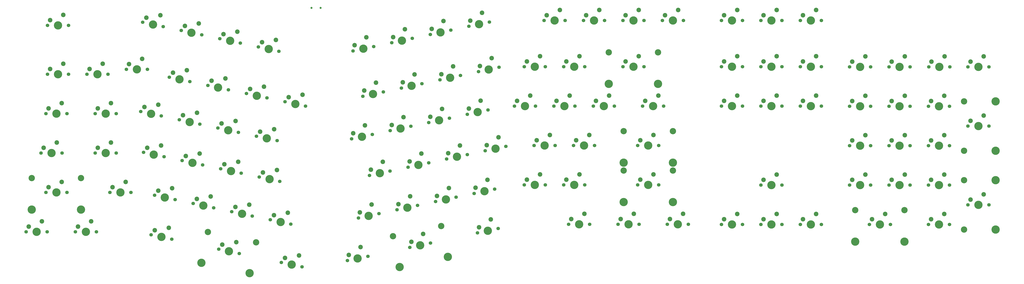
<source format=gbr>
%TF.GenerationSoftware,KiCad,Pcbnew,(6.0.9)*%
%TF.CreationDate,2022-12-16T23:57:13-05:00*%
%TF.ProjectId,rp2040 keeb,72703230-3430-4206-9b65-65622e6b6963,rev?*%
%TF.SameCoordinates,Original*%
%TF.FileFunction,Soldermask,Top*%
%TF.FilePolarity,Negative*%
%FSLAX46Y46*%
G04 Gerber Fmt 4.6, Leading zero omitted, Abs format (unit mm)*
G04 Created by KiCad (PCBNEW (6.0.9)) date 2022-12-16 23:57:13*
%MOMM*%
%LPD*%
G01*
G04 APERTURE LIST*
%ADD10C,4.000000*%
%ADD11C,1.700000*%
%ADD12C,2.200000*%
%ADD13C,3.050000*%
%ADD14C,1.000000*%
G04 APERTURE END LIST*
D10*
%TO.C,SW103*%
X504670000Y-123458750D03*
D11*
X509750000Y-123458750D03*
X499590000Y-123458750D03*
D12*
X507210000Y-118378750D03*
X500860000Y-120918750D03*
%TD*%
D11*
%TO.C,SW16*%
X138503657Y-105814873D03*
X148441637Y-107927256D03*
D10*
X143472647Y-106871064D03*
D12*
X147013333Y-102430170D03*
X140274000Y-103594426D03*
%TD*%
D10*
%TO.C,SW14*%
X102021319Y-165107499D03*
D11*
X96941319Y-165107499D03*
X107101319Y-165107499D03*
D12*
X104561319Y-160027499D03*
X98211319Y-162567499D03*
%TD*%
D10*
%TO.C,SW12*%
X117102568Y-124626249D03*
D11*
X112022568Y-124626249D03*
X122182568Y-124626249D03*
D12*
X119642568Y-119546249D03*
X113292568Y-122086249D03*
%TD*%
D11*
%TO.C,SW64*%
X319156250Y-161458750D03*
X308996250Y-161458750D03*
D10*
X314076250Y-161458750D03*
D12*
X316616250Y-156378750D03*
X310266250Y-158918750D03*
%TD*%
D10*
%TO.C,SW99*%
X485520000Y-142508750D03*
D11*
X490600000Y-142508750D03*
X480440000Y-142508750D03*
D12*
X488060000Y-137428750D03*
X481710000Y-139968750D03*
%TD*%
D11*
%TO.C,SW9*%
X73128819Y-184157499D03*
X83288819Y-184157499D03*
D13*
X66308819Y-177157499D03*
D10*
X78208819Y-184157499D03*
X90108819Y-192397499D03*
D13*
X90108819Y-177157499D03*
D10*
X66308819Y-192397499D03*
D12*
X80748819Y-179077499D03*
X74398819Y-181617499D03*
%TD*%
D11*
%TO.C,SW51*%
X258104966Y-150304076D03*
D10*
X263073955Y-149247885D03*
D11*
X268042945Y-148191693D03*
D12*
X264502259Y-143750799D03*
X258819117Y-147555533D03*
%TD*%
D11*
%TO.C,SW3*%
X84082568Y-103362499D03*
D10*
X79002568Y-103362499D03*
D11*
X73922568Y-103362499D03*
D12*
X81542568Y-98282499D03*
X75192568Y-100822499D03*
%TD*%
D10*
%TO.C,SW71*%
X356938750Y-100953653D03*
D11*
X362018750Y-100953653D03*
X351858750Y-100953653D03*
D12*
X359478750Y-95873653D03*
X353128750Y-98413653D03*
%TD*%
D10*
%TO.C,SW17*%
X137706360Y-129461783D03*
D11*
X132737370Y-128405592D03*
X142675350Y-130517975D03*
D12*
X141247046Y-125020889D03*
X134507713Y-126185145D03*
%TD*%
D11*
%TO.C,SW100*%
X490600000Y-161558750D03*
D10*
X485520000Y-161558750D03*
D11*
X480440000Y-161558750D03*
D12*
X488060000Y-156478750D03*
X481710000Y-159018750D03*
%TD*%
D10*
%TO.C,SW97*%
X487895000Y-207898750D03*
D11*
X481075000Y-199658750D03*
D10*
X475995000Y-199658750D03*
D13*
X487895000Y-192658750D03*
X464095000Y-192658750D03*
D11*
X470915000Y-199658750D03*
D10*
X464095000Y-207898750D03*
D12*
X478535000Y-194578750D03*
X472185000Y-197118750D03*
%TD*%
D10*
%TO.C,SW95*%
X466470000Y-161558750D03*
D11*
X471550000Y-161558750D03*
X461390000Y-161558750D03*
D12*
X469010000Y-156478750D03*
X462660000Y-159018750D03*
%TD*%
D11*
%TO.C,SW110*%
X224100550Y-196483114D03*
D10*
X229069539Y-195426923D03*
D11*
X234038529Y-194370731D03*
D12*
X230497843Y-189929837D03*
X224814701Y-193734571D03*
%TD*%
D10*
%TO.C,SW59*%
X309313750Y-180508750D03*
D11*
X304233750Y-180508750D03*
X314393750Y-180508750D03*
D12*
X311853750Y-175428750D03*
X305503750Y-177968750D03*
%TD*%
D10*
%TO.C,SW11*%
X124865113Y-102888683D03*
D11*
X119896123Y-101832492D03*
X129834103Y-103944875D03*
D12*
X128405799Y-98447789D03*
X121666466Y-99612045D03*
%TD*%
D11*
%TO.C,SW40*%
X220837543Y-158225511D03*
D10*
X225806532Y-157169320D03*
D11*
X230775522Y-156113128D03*
D12*
X227234836Y-151672234D03*
X221551694Y-155476968D03*
%TD*%
D11*
%TO.C,SW105*%
X509650000Y-180608750D03*
D10*
X504570000Y-180608750D03*
D11*
X499490000Y-180608750D03*
D12*
X507110000Y-175528750D03*
X500760000Y-178068750D03*
%TD*%
D11*
%TO.C,SW4*%
X84082568Y-127007499D03*
X73922568Y-127007499D03*
D10*
X79002568Y-127007499D03*
D12*
X81542568Y-121927499D03*
X75192568Y-124467499D03*
%TD*%
D11*
%TO.C,SW33*%
X188638505Y-140287744D03*
D10*
X193607495Y-141343935D03*
D11*
X198576485Y-142400127D03*
D12*
X197148181Y-136903041D03*
X190408848Y-138067297D03*
%TD*%
D10*
%TO.C,SW47*%
X266336962Y-187505488D03*
D11*
X271305952Y-186449296D03*
X261367973Y-188561679D03*
D12*
X267765266Y-182008402D03*
X262082124Y-185813136D03*
%TD*%
D11*
%TO.C,SW84*%
X428693750Y-100953653D03*
X418533750Y-100953653D03*
D10*
X423613750Y-100953653D03*
D12*
X426153750Y-95873653D03*
X419803750Y-98413653D03*
%TD*%
D11*
%TO.C,SW8*%
X103132568Y-127007499D03*
D10*
X98052568Y-127007499D03*
D11*
X92972568Y-127007499D03*
D12*
X100592568Y-121927499D03*
X94242568Y-124467499D03*
%TD*%
D10*
%TO.C,SW102*%
X504570000Y-142508750D03*
D11*
X509650000Y-142508750D03*
X499490000Y-142508750D03*
D12*
X507110000Y-137428750D03*
X500760000Y-139968750D03*
%TD*%
D10*
%TO.C,SW34*%
X179828298Y-157986211D03*
D11*
X184797288Y-159042403D03*
X174859308Y-156930020D03*
D12*
X183368984Y-153545317D03*
X176629651Y-154709573D03*
%TD*%
D10*
%TO.C,SW93*%
X466470000Y-123458750D03*
D11*
X471550000Y-123458750D03*
X461390000Y-123458750D03*
D12*
X469010000Y-118378750D03*
X462660000Y-120918750D03*
%TD*%
D11*
%TO.C,SW10*%
X87416319Y-203207499D03*
D10*
X92496319Y-203207499D03*
D11*
X97576319Y-203207499D03*
D12*
X95036319Y-198127499D03*
X88686319Y-200667499D03*
%TD*%
D11*
%TO.C,SW31*%
X172832731Y-195516380D03*
X162894751Y-193403997D03*
D10*
X167863741Y-194460188D03*
D12*
X171404427Y-190019294D03*
X164665094Y-191183550D03*
%TD*%
D11*
%TO.C,SW96*%
X471550000Y-180608750D03*
D10*
X466470000Y-180608750D03*
D11*
X461390000Y-180608750D03*
D12*
X469010000Y-175528750D03*
X462660000Y-178068750D03*
%TD*%
D10*
%TO.C,SW15*%
X109165069Y-184157499D03*
D11*
X104085069Y-184157499D03*
X114245069Y-184157499D03*
D12*
X111705069Y-179077499D03*
X105355069Y-181617499D03*
%TD*%
D11*
%TO.C,SW101*%
X480440000Y-180608750D03*
D10*
X485520000Y-180608750D03*
D11*
X490600000Y-180608750D03*
D12*
X488060000Y-175528750D03*
X481710000Y-178068750D03*
%TD*%
D10*
%TO.C,SW13*%
X102021319Y-146057499D03*
D11*
X96941319Y-146057499D03*
X107101319Y-146057499D03*
D12*
X104561319Y-140977499D03*
X98211319Y-143517499D03*
%TD*%
D11*
%TO.C,SW81*%
X409643750Y-123358750D03*
X399483750Y-123358750D03*
D10*
X404563750Y-123358750D03*
D12*
X407103750Y-118278750D03*
X400753750Y-120818750D03*
%TD*%
D10*
%TO.C,SW104*%
X504570000Y-161558750D03*
D11*
X499490000Y-161558750D03*
X509650000Y-161558750D03*
D12*
X507110000Y-156478750D03*
X500760000Y-159018750D03*
%TD*%
D11*
%TO.C,SW20*%
X125627330Y-185482558D03*
D10*
X130596320Y-186538749D03*
D11*
X135565310Y-187594941D03*
D12*
X134137006Y-182097855D03*
X127397673Y-183262111D03*
%TD*%
D11*
%TO.C,SW78*%
X361383750Y-142408750D03*
X371543750Y-142408750D03*
D10*
X366463750Y-142408750D03*
D12*
X369003750Y-137328750D03*
X362653750Y-139868750D03*
%TD*%
D11*
%TO.C,SW85*%
X428693750Y-123358750D03*
X418533750Y-123358750D03*
D10*
X423613750Y-123358750D03*
D12*
X426153750Y-118278750D03*
X419803750Y-120818750D03*
%TD*%
D10*
%TO.C,SW92*%
X442663750Y-199658750D03*
D11*
X437583750Y-199658750D03*
X447743750Y-199658750D03*
D12*
X445203750Y-194578750D03*
X438853750Y-197118750D03*
%TD*%
D11*
%TO.C,SW28*%
X179942772Y-138439410D03*
X170004792Y-136327027D03*
D10*
X174973782Y-137383218D03*
D12*
X178514468Y-132942324D03*
X171775135Y-134106580D03*
%TD*%
D11*
%TO.C,SW76*%
X370908750Y-100953653D03*
X381068750Y-100953653D03*
D10*
X375988750Y-100953653D03*
D12*
X378528750Y-95873653D03*
X372178750Y-98413653D03*
%TD*%
D10*
%TO.C,SW37*%
X191853592Y-219034973D03*
D11*
X186884602Y-217978782D03*
X196822582Y-220091165D03*
D12*
X195394278Y-214594079D03*
X188654945Y-215758335D03*
%TD*%
D11*
%TO.C,SW46*%
X258028379Y-169795943D03*
D10*
X253059389Y-170852135D03*
D11*
X248090400Y-171908326D03*
D12*
X254487693Y-165355049D03*
X248804551Y-169159783D03*
%TD*%
D11*
%TO.C,SW58*%
X295295803Y-161874508D03*
D10*
X290326813Y-162930700D03*
D11*
X285357824Y-163986891D03*
D12*
X291755117Y-157433614D03*
X286071975Y-161238348D03*
%TD*%
D11*
%TO.C,SW41*%
X239394667Y-173756661D03*
X229456688Y-175869044D03*
D10*
X234425677Y-174812853D03*
D12*
X235853981Y-169315767D03*
X230170839Y-173120501D03*
%TD*%
D11*
%TO.C,SW5*%
X83288819Y-146061249D03*
X73128819Y-146061249D03*
D10*
X78208819Y-146061249D03*
D12*
X80748819Y-140981249D03*
X74398819Y-143521249D03*
%TD*%
D10*
%TO.C,SW75*%
X354557500Y-199558750D03*
D11*
X349477500Y-199558750D03*
X359637500Y-199558750D03*
D12*
X357097500Y-194478750D03*
X350747500Y-197018750D03*
%TD*%
D11*
%TO.C,SW98*%
X480440000Y-123458750D03*
D10*
X485520000Y-123458750D03*
D11*
X490600000Y-123458750D03*
D12*
X488060000Y-118378750D03*
X481710000Y-120918750D03*
%TD*%
D11*
%TO.C,SW49*%
X258802823Y-107774513D03*
X268740802Y-105662130D03*
D10*
X263771812Y-106718322D03*
D12*
X265200116Y-101221236D03*
X259516974Y-105025970D03*
%TD*%
D11*
%TO.C,SW42*%
X252672241Y-190410014D03*
D10*
X247703251Y-191466206D03*
D11*
X242734262Y-192522397D03*
D12*
X249131555Y-185969120D03*
X243448413Y-189773854D03*
%TD*%
D11*
%TO.C,SW62*%
X314393750Y-123358750D03*
X304233750Y-123358750D03*
D10*
X309313750Y-123358750D03*
D12*
X311853750Y-118278750D03*
X305503750Y-120818750D03*
%TD*%
D11*
%TO.C,SW108*%
X528700000Y-152033750D03*
D10*
X531860000Y-163933750D03*
X531860000Y-140133750D03*
D13*
X516620000Y-140133750D03*
D11*
X518540000Y-152033750D03*
D13*
X516620000Y-163933750D03*
D10*
X523620000Y-152033750D03*
D12*
X526160000Y-146953750D03*
X519810000Y-149493750D03*
%TD*%
D11*
%TO.C,SW86*%
X428693750Y-142408750D03*
X418533750Y-142408750D03*
D10*
X423613750Y-142408750D03*
D12*
X426153750Y-137328750D03*
X419803750Y-139868750D03*
%TD*%
D10*
%TO.C,SW26*%
X149230026Y-190499467D03*
D11*
X144261036Y-189443276D03*
X154199016Y-191555659D03*
D12*
X152770712Y-186058573D03*
X146031379Y-187222829D03*
%TD*%
D10*
%TO.C,SW30*%
X162536350Y-173751969D03*
D11*
X167505340Y-174808161D03*
X157567360Y-172695778D03*
D12*
X166077036Y-169311075D03*
X159337703Y-170475331D03*
%TD*%
D11*
%TO.C,SW22*%
X167075350Y-111887972D03*
X157137370Y-109775589D03*
D10*
X162106360Y-110831780D03*
D12*
X165647046Y-106390886D03*
X158907713Y-107555142D03*
%TD*%
D11*
%TO.C,SW60*%
X291578990Y-201593809D03*
D10*
X286610000Y-202650001D03*
D11*
X281641011Y-203706192D03*
D12*
X288038304Y-197152915D03*
X282355162Y-200957649D03*
%TD*%
D10*
%TO.C,SW48*%
X223713401Y-216040994D03*
D11*
X218744412Y-217097185D03*
X228682391Y-214984802D03*
D12*
X225141705Y-210543908D03*
X219458563Y-214348642D03*
%TD*%
D10*
%TO.C,SW7*%
X68683819Y-203207499D03*
D11*
X63603819Y-203207499D03*
X73763819Y-203207499D03*
D12*
X71223819Y-198127499D03*
X64873819Y-200667499D03*
%TD*%
D11*
%TO.C,SW63*%
X299471250Y-142408750D03*
X309631250Y-142408750D03*
D10*
X304551250Y-142408750D03*
D12*
X307091250Y-137328750D03*
X300741250Y-139868750D03*
%TD*%
D11*
%TO.C,SW55*%
X287374514Y-101701413D03*
X277436535Y-103813796D03*
D10*
X282405524Y-102757605D03*
D12*
X283833828Y-97260519D03*
X278150686Y-101065253D03*
%TD*%
D10*
%TO.C,SW61*%
X318838750Y-100953653D03*
D11*
X313758750Y-100953653D03*
X323918750Y-100953653D03*
D12*
X321378750Y-95873653D03*
X315028750Y-98413653D03*
%TD*%
D10*
%TO.C,SW24*%
X142560874Y-150064779D03*
D11*
X137591884Y-149008588D03*
X147529864Y-151120971D03*
D12*
X146101560Y-145623885D03*
X139362227Y-146788141D03*
%TD*%
D11*
%TO.C,SW6*%
X70747569Y-165107499D03*
D10*
X75827569Y-165107499D03*
D11*
X80907569Y-165107499D03*
D12*
X78367569Y-160027499D03*
X72017569Y-162567499D03*
%TD*%
D11*
%TO.C,SW66*%
X335825000Y-199558750D03*
X325665000Y-199558750D03*
D10*
X330745000Y-199558750D03*
D12*
X333285000Y-194478750D03*
X326935000Y-197018750D03*
%TD*%
D10*
%TO.C,SW94*%
X466470000Y-142508750D03*
D11*
X461390000Y-142508750D03*
X471550000Y-142508750D03*
D12*
X469010000Y-137428750D03*
X462660000Y-139968750D03*
%TD*%
D11*
%TO.C,SW36*%
X191466443Y-199477093D03*
D10*
X186497453Y-198420901D03*
D11*
X181528463Y-197364710D03*
D12*
X190038139Y-193980007D03*
X183298806Y-195144263D03*
%TD*%
D10*
%TO.C,SW50*%
X268430093Y-128633814D03*
D11*
X263461104Y-129690005D03*
X273399083Y-127577622D03*
D12*
X269858397Y-123136728D03*
X264175255Y-126941462D03*
%TD*%
D10*
%TO.C,SW80*%
X404563750Y-100953653D03*
D11*
X399483750Y-100953653D03*
X409643750Y-100953653D03*
D12*
X407103750Y-95873653D03*
X400753750Y-98413653D03*
%TD*%
D10*
%TO.C,SW109*%
X531860000Y-178233750D03*
D11*
X518540000Y-190133750D03*
D10*
X531860000Y-202033750D03*
D11*
X528700000Y-190133750D03*
D10*
X523620000Y-190133750D03*
D13*
X516620000Y-202033750D03*
X516620000Y-178233750D03*
D12*
X526160000Y-185053750D03*
X519810000Y-187593750D03*
%TD*%
D11*
%TO.C,SW29*%
X166163576Y-155081688D03*
D10*
X161194586Y-154025496D03*
D11*
X156225596Y-152969305D03*
D12*
X164735272Y-149584602D03*
X157995939Y-150748858D03*
%TD*%
D11*
%TO.C,SW88*%
X428693750Y-199658750D03*
D10*
X423613750Y-199658750D03*
D11*
X418533750Y-199658750D03*
D12*
X426153750Y-194578750D03*
X419803750Y-197118750D03*
%TD*%
D11*
%TO.C,SW44*%
X244827393Y-133650723D03*
X254765372Y-131538340D03*
D10*
X249796382Y-132594532D03*
D12*
X251224686Y-127097446D03*
X245541544Y-130902180D03*
%TD*%
D11*
%TO.C,SW82*%
X399483750Y-142408750D03*
D10*
X404563750Y-142408750D03*
D11*
X409643750Y-142408750D03*
D12*
X407103750Y-137328750D03*
X400753750Y-139868750D03*
%TD*%
D10*
%TO.C,SW72*%
X342651250Y-142408750D03*
D11*
X347731250Y-142408750D03*
X337571250Y-142408750D03*
D12*
X345191250Y-137328750D03*
X338841250Y-139868750D03*
%TD*%
D10*
%TO.C,SW32*%
X148220661Y-218184593D03*
D11*
X156604820Y-211542615D03*
D13*
X174669148Y-208225922D03*
D11*
X166542800Y-213654998D03*
D10*
X171500574Y-223132891D03*
D13*
X151389235Y-203277624D03*
D10*
X161573810Y-212598806D03*
D12*
X165114496Y-208157912D03*
X158375163Y-209322168D03*
%TD*%
D11*
%TO.C,SW91*%
X447743750Y-142408750D03*
D10*
X442663750Y-142408750D03*
D11*
X437583750Y-142408750D03*
D12*
X445203750Y-137328750D03*
X438853750Y-139868750D03*
%TD*%
D10*
%TO.C,SW89*%
X442663750Y-100953653D03*
D11*
X447743750Y-100953653D03*
X437583750Y-100953653D03*
D12*
X445203750Y-95873653D03*
X438853750Y-98413653D03*
%TD*%
D11*
%TO.C,SW79*%
X373290000Y-199558750D03*
X383450000Y-199558750D03*
D10*
X378370000Y-199558750D03*
D12*
X380910000Y-194478750D03*
X374560000Y-197018750D03*
%TD*%
D10*
%TO.C,SW27*%
X180740070Y-114792499D03*
D11*
X185709060Y-115848691D03*
X175771080Y-113736308D03*
D12*
X184280756Y-110351605D03*
X177541423Y-111515861D03*
%TD*%
D10*
%TO.C,SW68*%
X328363750Y-123358750D03*
D11*
X333443750Y-123358750D03*
X323283750Y-123358750D03*
D12*
X330903750Y-118278750D03*
X324553750Y-120818750D03*
%TD*%
D10*
%TO.C,SW70*%
X333126250Y-161458750D03*
D11*
X328046250Y-161458750D03*
X338206250Y-161458750D03*
D12*
X335666250Y-156378750D03*
X329316250Y-158918750D03*
%TD*%
D10*
%TO.C,SW74*%
X352182500Y-188748750D03*
X364082500Y-180508750D03*
D11*
X369162500Y-180508750D03*
D10*
X375982500Y-188748750D03*
D13*
X352182500Y-173508750D03*
X375982500Y-173508750D03*
D11*
X359002500Y-180508750D03*
D12*
X366622500Y-175428750D03*
X360272500Y-177968750D03*
%TD*%
D11*
%TO.C,SW57*%
X276738678Y-146343358D03*
D10*
X281707667Y-145287167D03*
D11*
X286676657Y-144230975D03*
D12*
X283135971Y-139790081D03*
X277452829Y-143594815D03*
%TD*%
D11*
%TO.C,SW43*%
X250107090Y-109622848D03*
X240169111Y-111735231D03*
D10*
X245138100Y-110679040D03*
D12*
X246566404Y-105181954D03*
X240883262Y-108986688D03*
%TD*%
D10*
%TO.C,SW73*%
X352182500Y-169698750D03*
X375982500Y-169698750D03*
D11*
X369162500Y-161458750D03*
D13*
X352182500Y-154458750D03*
X375982500Y-154458750D03*
D11*
X359002500Y-161458750D03*
D10*
X364082500Y-161458750D03*
D12*
X366622500Y-156378750D03*
X360272500Y-158918750D03*
%TD*%
D13*
%TO.C,SW54*%
X240814662Y-205287116D03*
D10*
X243983236Y-220194086D03*
X267263149Y-215245788D03*
X253910000Y-209660001D03*
D11*
X248941011Y-210716192D03*
X258878990Y-208603809D03*
D13*
X264094575Y-200338818D03*
D12*
X255338304Y-204162915D03*
X249655162Y-207967649D03*
%TD*%
D10*
%TO.C,SW52*%
X271693101Y-166891417D03*
D11*
X266724112Y-167947608D03*
X276662091Y-165835225D03*
D12*
X273121405Y-161394331D03*
X267438263Y-165199065D03*
%TD*%
D11*
%TO.C,SW83*%
X409643750Y-199658750D03*
X399483750Y-199658750D03*
D10*
X404563750Y-199658750D03*
D12*
X407103750Y-194578750D03*
X400753750Y-197118750D03*
%TD*%
D11*
%TO.C,SW69*%
X318521250Y-142408750D03*
X328681250Y-142408750D03*
D10*
X323601250Y-142408750D03*
D12*
X326141250Y-137328750D03*
X319791250Y-139868750D03*
%TD*%
D10*
%TO.C,SW35*%
X181170065Y-177712687D03*
D11*
X186139055Y-178768879D03*
X176201075Y-176656496D03*
D12*
X184710751Y-173271793D03*
X177971418Y-174436049D03*
%TD*%
D11*
%TO.C,SW56*%
X282094816Y-125729288D03*
D10*
X287063805Y-124673097D03*
D11*
X292032795Y-123616905D03*
D12*
X288492109Y-119176011D03*
X282808967Y-122980745D03*
%TD*%
D11*
%TO.C,SW39*%
X226193681Y-137611441D03*
X236131660Y-135499058D03*
D10*
X231162670Y-136555250D03*
D12*
X232590974Y-131058164D03*
X226907832Y-134862898D03*
%TD*%
D10*
%TO.C,SW106*%
X504570000Y-199658750D03*
D11*
X499490000Y-199658750D03*
X509650000Y-199658750D03*
D12*
X507110000Y-194578750D03*
X500760000Y-197118750D03*
%TD*%
D11*
%TO.C,SW21*%
X133933805Y-206723743D03*
D10*
X128964815Y-205667551D03*
D11*
X123995825Y-204611360D03*
D12*
X132505501Y-201226657D03*
X125766168Y-202390913D03*
%TD*%
D11*
%TO.C,SW25*%
X138933648Y-168735058D03*
X148871628Y-170847441D03*
D10*
X143902638Y-169791249D03*
D12*
X147443324Y-165350355D03*
X140703991Y-166514611D03*
%TD*%
D11*
%TO.C,SW67*%
X332808750Y-100953653D03*
D10*
X337888750Y-100953653D03*
D11*
X342968750Y-100953653D03*
D12*
X340428750Y-95873653D03*
X334078750Y-98413653D03*
%TD*%
D11*
%TO.C,SW23*%
X161309060Y-134478691D03*
X151371080Y-132366308D03*
D10*
X156340070Y-133422499D03*
D12*
X159880756Y-128981605D03*
X153141423Y-130145861D03*
%TD*%
D11*
%TO.C,SW18*%
X128896153Y-147160249D03*
D10*
X123927163Y-146104057D03*
D11*
X118958173Y-145047866D03*
D12*
X127467849Y-141663163D03*
X120728516Y-142827419D03*
%TD*%
D13*
%TO.C,SW77*%
X368838750Y-116358750D03*
D10*
X345038750Y-131598750D03*
X368838750Y-131598750D03*
D11*
X351858750Y-123358750D03*
X362018750Y-123358750D03*
D13*
X345038750Y-116358750D03*
D10*
X356938750Y-123358750D03*
D12*
X359478750Y-118278750D03*
X353128750Y-120818750D03*
%TD*%
D11*
%TO.C,SW38*%
X221535399Y-115695949D03*
D10*
X226504388Y-114639758D03*
D11*
X231473378Y-113583566D03*
D12*
X227932692Y-109142672D03*
X222249550Y-112947406D03*
%TD*%
D11*
%TO.C,SW107*%
X518540000Y-123458750D03*
D10*
X523620000Y-123458750D03*
D11*
X528700000Y-123458750D03*
D12*
X526160000Y-118378750D03*
X519810000Y-120918750D03*
%TD*%
D11*
%TO.C,SW90*%
X447743750Y-123358750D03*
D10*
X442663750Y-123358750D03*
D11*
X437583750Y-123358750D03*
D12*
X445203750Y-118278750D03*
X438853750Y-120818750D03*
%TD*%
D11*
%TO.C,SW45*%
X239471254Y-154264794D03*
X249409233Y-152152411D03*
D10*
X244440243Y-153208603D03*
D12*
X245868547Y-147711517D03*
X240185405Y-151516251D03*
%TD*%
D11*
%TO.C,SW19*%
X120299937Y-164774340D03*
X130237917Y-166886723D03*
D10*
X125268927Y-165830531D03*
D12*
X128809613Y-161389637D03*
X122070280Y-162553893D03*
%TD*%
D11*
%TO.C,SW53*%
X289939663Y-182488578D03*
X280001684Y-184600961D03*
D10*
X284970673Y-183544770D03*
D12*
X286398977Y-178047684D03*
X280715835Y-181852418D03*
%TD*%
D11*
%TO.C,SW65*%
X333443750Y-180508750D03*
X323283750Y-180508750D03*
D10*
X328363750Y-180508750D03*
D12*
X330903750Y-175428750D03*
X324553750Y-177968750D03*
%TD*%
D10*
%TO.C,SW87*%
X423613750Y-180608750D03*
D11*
X418533750Y-180608750D03*
X428693750Y-180608750D03*
D12*
X426153750Y-175528750D03*
X419803750Y-178068750D03*
%TD*%
D14*
%TO.C,J1*%
X205860000Y-94845000D03*
X201460000Y-94845000D03*
%TD*%
M02*

</source>
